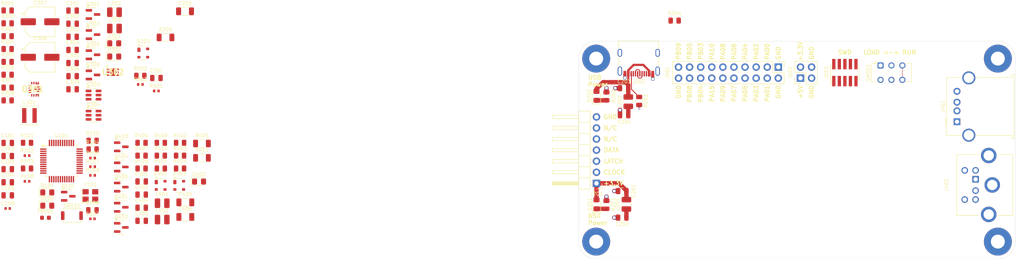
<source format=kicad_pcb>
(kicad_pcb (version 20240108) (generator "pcbnew") (generator_version "8.0")
  (layers (0 "F.Cu" mixed) (1 "In1.Cu" power) (2 "In2.Cu" signal) (3 "In3.Cu" signal) (4 "In4.Cu" power) (31 "B.Cu" mixed) (34 "B.Paste" user) (35 "F.Paste" user) (36 "B.SilkS" user "B.Silkscreen") (37 "F.SilkS" user "F.Silkscreen") (38 "B.Mask" user) (39 "F.Mask" user) (44 "Edge.Cuts" user))
  (net 0 "")
  (net 1 "GND")
  (net 2 "/+5V.65X")
  (net 3 "/+5V.USB")
  (net 4 "/+5V")
  (net 5 "/LED_SYSTEM")
  (net 6 "/LED_STATUS")
  (net 7 "/NRST")
  (net 8 "Net-(U301-VAUX)")
  (net 9 "/EXT_PWR")
  (net 10 "Net-(J401-VBUS)")
  (net 11 "/BOOT0")
  (net 12 "/Power Supply/+5V_U")
  (net 13 "/USB2.DM")
  (net 14 "/USB2.DP")
  (net 16 "/SNES.CLOCK")
  (net 17 "+5V")
  (net 18 "/PB9")
  (net 19 "/PA4")
  (net 20 "/PB8")
  (net 21 "/PA9")
  (net 22 "/PB5")
  (net 23 "/PA0")
  (net 24 "/PB4")
  (net 25 "/PA1")
  (net 26 "/PA15")
  (net 27 "/PA3")
  (net 28 "/PA6")
  (net 29 "/PA8")
  (net 30 "/PA2")
  (net 31 "/SWDIO")
  (net 32 "/PA7")
  (net 33 "/PA5")
  (net 34 "/SWCLK")
  (net 35 "/PA10")
  (net 36 "/PB3")
  (net 37 "/SNES.LATCH")
  (net 38 "Net-(Q403-D)")
  (net 39 "/Hacking/BOOT0")
  (net 40 "+3V3")
  (net 41 "/OSC_IN")
  (net 42 "/OSC_OUT")
  (net 43 "Net-(D101-K)")
  (net 44 "Net-(D102-K)")
  (net 45 "Net-(D201-K)")
  (net 46 "VBUS")
  (net 47 "Net-(D202-K)")
  (net 48 "VBUS_U")
  (net 49 "Net-(D301-K)")
  (net 50 "Net-(D302-K)")
  (net 51 "/SNES.DATA")
  (net 52 "/VDDA")
  (net 53 "Net-(D402-K)")
  (net 54 "Net-(J202-CC2)")
  (net 55 "Net-(J202-CC1)")
  (net 58 "/Hacking/PA9")
  (net 59 "/Hacking/PA7")
  (net 60 "/Hacking/PB8")
  (net 61 "/Hacking/PA2")
  (net 62 "/Hacking/PB9")
  (net 63 "/Hacking/PB3")
  (net 64 "/Hacking/PA3")
  (net 65 "/Hacking/PA10")
  (net 66 "/Hacking/PA0")
  (net 67 "/Hacking/PB5")
  (net 68 "GNDS")
  (net 69 "/Hacking/PA4")
  (net 70 "/Hacking/PA8")
  (net 71 "/Hacking/PA1")
  (net 72 "/Hacking/PA5")
  (net 73 "/Hacking/PA15")
  (net 74 "/Hacking/PA6")
  (net 75 "/Hacking/PB4")
  (net 79 "/Hacking/NRST")
  (net 80 "/Hacking/SWCLK")
  (net 81 "/Hacking/SWDIO")
  (net 82 "Net-(U301-L2)")
  (net 83 "Net-(U301-L1)")
  (net 84 "Net-(Q301-G)")
  (net 85 "Net-(Q302-G)")
  (net 86 "Net-(Q303A-B1)")
  (net 87 "Net-(Q304A-B1)")
  (net 88 "Net-(Q305-D)")
  (net 89 "Net-(Q306-D)")
  (net 90 "/Power Supply/PG_5V")
  (net 91 "Net-(R102-Pad1)")
  (net 93 "Net-(U301-EN)")
  (net 94 "/PB6{slash}USB2_DM")
  (net 95 "/PB7{slash}USB2_DP")
  (net 97 "Net-(D201-A)")
  (net 98 "Net-(D202-A)")
  (net 99 "/USB1.DM")
  (net 100 "/USB1_DM{slash}PA11")
  (net 101 "/USB1.DP")
  (net 102 "/USB1_DP{slash}PA12")
  (net 103 "Net-(R501-Pad2)")
  (net 104 "Net-(R502-Pad2)")
  (net 105 "/Hacking/BOOT1")
  (net 107 "/PB11")
  (net 108 "/PB10")
  (net 109 "/+3V3")
  (net 110 "Net-(Q405-D)")
  (net 111 "/Data Inputs/PS2.+5V")
  (net 112 "/Data Inputs/USB1.DM")
  (net 113 "/Data Inputs/USB1.DP")
  (net 114 "/Data Inputs/PS2.DATA_5V")
  (net 115 "/Data Inputs/PS2.CLOCK_5V")
  (net 116 "/Data Inputs/PS2.CLOCK")
  (net 117 "/Data Inputs/PS2.DATA")
  (net 118 "/Data Inputs/PS2.POWER")
  (net 119 "Net-(Q404-D)")
  (net 120 "Net-(Q405-G)")
  (net 121 "/PS2.DATA")
  (net 122 "/PS2.CLOCK")
  (net 123 "/PS2.POWER")
  (footprint "Resistor_SMD:R_0805_2012Metric" (layer "F.Cu") (at 49.1915 63.848)
    (property "Reference" "R302")
    (property "Value" "47k")
  )
  (footprint "Capacitor_SMD:C_0805_2012Metric" (layer "F.Cu") (at 64.0715 67.008)
    (property "Reference" "C304")
    (property "Value" "1u")
  )
  (footprint "Package_TO_SOT_SMD:SOT-23" (layer "F.Cu") (at 75.2215 98.493)
    (property "Reference" "Q405")
    (property "Value" "FSS2301S")
  )
  (footprint "Resistor_SMD:R_0805_2012Metric" (layer "F.Cu") (at 84.2815 88.318)
    (property "Reference" "R409")
    (property "Value" "10k")
  )
  (footprint "Resistor_SMD:R_0805_2012Metric" (layer "F.Cu") (at 79.5915 72.938)
    (property "Reference" "R502")
    (property "Value" "10k")
  )
  (footprint "Capacitor_SMD:C_0805_2012Metric" (layer "F.Cu") (at 64.0715 57.978)
    (property "Reference" "C301")
    (property "Value" "0.1u")
  )
  (footprint "Package_TO_SOT_SMD:SOT-23" (layer "F.Cu") (at 75.2215 103.118)
    (property "Reference" "Q401")
    (property "Value" "2N7002K")
  )
  (footprint "Resistor_SMD:R_0805_2012Metric" (layer "F.Cu") (at 79.8715 91.268)
    (property "Reference" "R407")
    (property "Value" "2R")
  )
  (footprint "Resistor_SMD:R_0805_2012Metric" (layer "F.Cu") (at 49.1915 57.948)
    (property "Reference" "R301")
    (property "Value" "10k")
  )
  (footprint "Package_TO_SOT_SMD:SOT-23" (layer "F.Cu") (at 75.2215 107.743)
    (property "Reference" "Q402")
    (property "Value" "2N7002K")
  )
  (footprint "Capacitor_SMD:C_0805_2012Metric" (layer "F.Cu") (at 64.0715 73.028)
    (property "Reference" "C306")
    (property "Value" "0.1u")
  )
  (footprint "Capacitor_SMD:C_0805_2012Metric" (layer "F.Cu") (at 190.4 81.999 180)
    (property "Reference" "C204")
    (property "Value" "10u")
  )
  (footprint "Connector_PinHeader_2.54mm:PinHeader_2x02_P2.54mm_Vertical" (layer "F.Cu") (at 230.795 73.49 90)
    (property "Reference" "J502")
    (property "Value" "Conn_02x02_Odd_Even")
  )
  (footprint "Package_TO_SOT_SMD:SOT-23" (layer "F.Cu") (at 68.7415 72.748)
    (property "Reference" "Q306")
    (property "Value" "2N7002K")
  )
  (footprint "LED_SMD:LED_0805_2012Metric_Pad1.15x1.40mm_HandSolder" (layer "F.Cu") (at 184.064 102.446 90)
    (property "Reference" "D201")
    (property "Value" "RED")
  )
  (footprint "Resistor_SMD:R_0805_2012Metric" (layer "F.Cu") (at 79.8715 94.218)
    (property "Reference" "R408")
    (property "Value" "1k")
  )
  (footprint "Resistor_SMD:R_0402_1005Metric" (layer "F.Cu") (at 68.6515 91.818)
    (property "Reference" "R106")
    (property "Value" "10")
  )
  (footprint "Package_TO_SOT_SMD:SOT-23" (layer "F.Cu") (at 68.7415 68.123)
    (property "Reference" "Q305")
    (property "Value" "2N7002K")
  )
  (footprint "Package_QFP:LQFP-48_7x7mm_P0.5mm" (layer "F.Cu") (at 61.5215 92.518)
    (property "Reference" "U101")
    (property "Value" "CH32V203C8T6")
  )
  (footprint "Resistor_SMD:R_0805_2012Metric" (layer "F.Cu") (at 186.35 77.6575 -90)
    (property "Reference" "R202")
    (property "Value" "5.1k")
  )
  (footprint "Resistor_SMD:R_1206_3216Metric" (layer "F.Cu") (at 93.7015 88.488)
    (property "Reference" "R405")
    (property "Value" "1M")
  )
  (footprint "Resistor_SMD:R_0402_1005Metric" (layer "F.Cu") (at 53.6415 91.268)
    (property "Reference" "R102")
    (property "Value" "1k")
  )
  (footprint "LED_SMD:LED_0805_2012Metric_Pad1.15x1.40mm_HandSolder" (layer "F.Cu") (at 58.2665 99.713)
    (property "Reference" "D101")
    (property "Value" "RED")
  )
  (footprint "Capacitor_SMD:C_0805_2012Metric" (layer "F.Cu") (at 49.2115 100.388)
    (property "Reference" "C105")
    (property "Value" "0.1u")
  )
  (footprint "Package_TO_SOT_SMD:SOT-23" (layer "F.Cu") (at 68.7415 63.498)
    (property "Reference" "Q302")
    (property "Value" "FSS2301S")
  )
  (footprint "Connector_PinHeader_1.27mm:PinHeader_2x05_P1.27mm_Vertical_SMD" (layer "F.Cu") (at 240.96 72.22 90)
    (property "Reference" "J503")
    (property "Value" "Conn_ARM_JTAG_SWD_10")
  )
  (footprint "Capacitor_SMD:C_0805_2012Metric" (layer "F.Cu") (at 49.2115 94.368)
    (property "Reference" "C103")
    (property "Value" "0.1u")
  )
  (footprint "Package_TO_SOT_SMD:SOT-23" (layer "F.Cu") (at 63.0815 100.593)
    (property "Reference" "Q101")
    (property "Value" "2N7002K")
  )
  (footprint "Connector_PinHeader_2.54mm:PinHeader_2x10_P2.54mm_Vertical" (layer "F.Cu") (at 225.715 70.95 -90)
    (property "Reference" "J501")
    (property "Value" "Conn_02x10_Odd_Even")
  )
  (footprint "Inductor_SMD:L_0603_1608Metric" (layer "F.Cu") (at 57.8515 105.528)
    (property "Reference" "FB101")
    (property "Value" "220R@100MHz")
  )
  (footprint "Capacitor_SMD:C_0805_2012Metric" (layer "F.Cu") (at 64.0715 63.998)
    (property "Reference" "C303")
    (property "Value" "0.1u")
  )
  (footprint "Resistor_SMD:R_0805_2012Metric" (layer "F.Cu") (at 186.35 102.5495 -90)
    (property "Reference" "R201")
    (property "Value" "330")
  )
  (footprint "Inductor_SMD:L_1008_2520Metric" (layer "F.Cu") (at 73.6615 58.348)
    (property "Reference" "L302")
    (property "Value" "2.2u")
  )
  (footprint "Resistor_SMD:R_0805_2012Metric" (layer "F.Cu") (at 193.843 78.7205 90)
    (property "Reference" "R203")
    (property "Value" "5.1k")
  )
  (footprint "Resistor_SMD:R_0805_2012Metric" (layer "F.Cu") (at 49.1915 72.698)
    (property "Reference" "R306")
    (property "Value" "10k")
  )
  (footprint "Inductor_SMD:L_1008_2520Metric" (layer "F.Cu") (at 73.6615 62.098)
    (property "Reference" "L303")
    (property "Value" "2.2u")
  )
  (footprint "Capacitor_SMD:C_0805_2012Metric" (layer "F.Cu") (at 49.2115 97.378)
    (property "Reference" "C104")
    (property "Value" "0.1u")
  )
  (footprint "Resistor_SMD:R_0805_2012Metric" (layer "F.Cu") (at 49.1915 66.798)
    (property "Reference" "R304")
    (property "Value" "47k")
  )
  (footprint "Resistor_SMD:R_0402_1005Metric" (layer "F.Cu") (at 53.6415 97.168)
    (property "Reference" "R108")
    (property "Value" "10")
  )
  (footprint "LED_SMD:LED_0805_2012Metric_Pad1.15x1.40mm_HandSolder" (layer "F.Cu") (at 73.6065 68.533)
    (property "Reference" "D302")
    (property "Value" "RED")
  )
  (footprint "Inductor_SMD:L_Coilcraft_XxL4020" (layer "F.Cu") (at 54.1815 82.058)
    (property "Reference" "L301")
    (property "Value" "1.5u")
  )
  (footprint "Resistor_SMD:R_0805_2012Metric" (layer "F.Cu") (at 79.8715 88.318)
    (property "Reference" "R406")
    (property "Value" "10k")
  )
  (footprint "Resistor_SMD:R_0805_2012Metric" (layer "F.Cu") (at 53.6415 94.218)
    (property "Reference" "R103")
    (property "Value" "160")
  )
  (footprint "Connector_PinHeader_2.54mm:PinHeader_1x07_P2.54mm_Horizontal" (layer "F.Cu") (at 184.064 97.625 180)
    (property "Reference" "J201")
    (property "Value" "Controller Port")
  )
  (footprint "Resistor_SMD:R_0805_2012Metric" (layer "F.Cu") (at 88.6915 94.218)
    (property "Reference" "R404")
    (property "Value" "10k")
  )
  (footprint "Capacitor_SMD:C_0805_2012Metric" (layer "F.Cu") (at 79.8915 97.198)
    (property "Reference" "C401")
    (property "Value" "0.1u")
  )
  (footprint "Inductor_SMD:L_1008_2520Metric" (layer "F.Cu") (at 191.35 78.883 -90)
    (property "Reference" "L202")
    (property "Value" "2.2u")
  )
  (footprint "Capacitor_SMD:C_0805_2012Metric" (layer "F.Cu") (at 64.0715 70.018)
    (property "Reference" "C305")
    (property "Value" "1u")
  )
  (footprint "Capacitor_SMD:C_0805_2012Metric" (layer "F.Cu") (at 79.8915 103.218)
    (property "Reference" "C404")
    (property "Value" "0.1u")
  )
  (footprint "Resistor_SMD:R_0805_2012Metric" (layer "F.Cu") (at 49.1915 69.748)
    (property "Reference" "R305")
    (property "Value" "10k")
  )
  (footprint "Resistor_SMD:R_0805_2012Metric" (layer "F.Cu") (at 88.6915 88.318)
    (property "Reference" "R402")
    (property "Value" "10k")
  )
  (footprint "LED_SMD:LED_0805_2012Metric_Pad1.15x1.40mm_HandSolder" (layer "F.Cu") (at 184.064 77.554 90)
    (property "Reference" "D202")
    (property "Value" "RED")
  )
  (footprint "Package_TO_SOT_SMD:SOT-23-6" (layer "F.Cu") (at 68.8715 77.373)
    (property "Reference" "Q303")
    (property "Value" "DMMT5401")
  )
  (footprint "Capacitor_SMD:CP_Elec_6.3x5.7" (layer "F.Cu") (at 56.6215 68.698)
    (property "Reference" "C308")
    (property "Value" "47u")
  )
  (footprint "MountingHole:MountingHole_3.2mm_M3_Pad" (layer "F.Cu") (at 276 111)
    (property "Reference" "REF**" (hide yes))
    (property "Value" "MountingHole_3.2mm_M3_Pad" (hide yes))
  )
  (footprint "SamacSys Parts:TPS630701RNMR" (layer "F.Cu") (at 54.7215 76.023)
    (property "Reference" "U301")
    (property "Value" "TPS630701RNMR" (hide yes))
  )
  (footprint "Package_TO_SOT_SMD:SOT-23" (layer "F.Cu") (at 75.2215 93.868)
    (property "Reference" "Q404")
    (property "Value" "FSS2301S")
  )
  (footprint "Resistor_SMD:R_0402_1005Metric" (layer "F.Cu") (at 68.6515 93.808)
    (property "Reference" "R107")
    (property "Value" "10")
  )
  (footprint "Capacitor_SMD:C_0402_1005Metric" (layer "F.Cu") (at 49.2115 103.398)
    (property "Reference" "C108")
    (property "Value" "10p")
  )
  (footprint "Resistor_SMD:R_0805_2012Metric" (layer "F.Cu") (at 84.2815 91.268)
    (property "Reference" "R410")
    (property "Value" "330")
  )
  (footprint "Capacitor_SMD:C_0805_2012Metric" (layer "F.Cu") (at 64.0715 60.988)
    (property "Reference" "C302")
    (property "Value" "10u")
  )
  (footprint "Connector_USB:USB_A_Molex_67643_Horizontal" (layer "F.Cu") (at 266.64 83.5 90)
    (property "Reference" "J401")
    (property "Value" "USB_A")
  )
  (footprint "Resistor_SMD:R_1206_3216Metric" (layer "F.Cu") (at 93.7015 91.778)
    (property "Reference" "R411")
    (property "Value" "1M")
  )
  (footprint "LED_SMD:LED_0805_2012Metric_Pad1.15x1.40mm_HandSolder" (layer "F.Cu") (at 93.0365 97.213)
    (property "Reference" "D402")
    (property "Value" "RED")
  )
  (footprint "Capacitor_SMD:C_0805_2012Metric" (layer "F.Cu") (at 49.2115 88.348)
    (property "Reference" "C101")
    (property "Value" "0.1u")
  )
  (footprint "Resistor_SMD:R_0805_2012Metric" (layer "F.Cu") (at 88.6915 91.268)
    (property "Reference" "R403")
    (property "Value" "10k")
  )
  (footprint "Package_TO_SOT_SMD:SOT-23" (layer "F.Cu") (at 68.7415 58.873)
    (property "Reference" "Q301")
    (property "Value" "FSS2301S")
  )
  (footprint "Package_TO_SOT_SMD:SOT-23-6" (layer "F.Cu") (at 68.8715 81.998)
    (property "Reference" "Q304")
    (property "Value" "DMMT5401")
  )
  (footprint "Capacitor_SMD:C_0805_2012Metric" (layer "F.Cu") (at 189.972 105.494)
    (property "Reference" "C202")
    (property "Value" "10u")
  )
  (footprint "Package_TO_SOT_SMD:SOT-143" (layer "F.Cu") (at 80.2615 67.723)
    (property "Reference" "D203")
    (property "Value" "PRTR5V0U2X")
  )
  (footprint "Resistor_SMD:R_0805_2012Metric" (layer "F.Cu") (at 53.6415 88.318)
    (property "Reference" "R101")
    (property "Value" "10k")
  )
  (footprint "Resistor_SMD:R_0805_2012Metric" (layer "F.Cu") (at 49.1915 78.598)
    (property "Reference" "R308")
    (property "Value" "330")
  )
  (footprint "Resistor_SMD:R_0805_2012Metric" (layer "F.Cu") (at 84.2815 94.218)
    (property "Reference" "R401")
    (property "Value" "10k")
  )
  (footprint "Button_Switch_THT:SW_CK_JS202011CQN_DPDT_Straight" (layer "F.Cu") (at 249.128 70.5775)
    (property "Reference" "SW501")
    (property "Value" "SW_Slide_DPDT")
  )
  (footprint "Capacitor_SMD:C_1206_3216Metric" (layer "F.Cu") (at 89.8915 105.338)
    (property "Reference" "C406")
    (property "Value" "4.7n")
  )
  (footprint "Resistor_SMD:R_0402_1005Metric" (layer "F.Cu") (at 68.6515 95.798)
    (property "Reference" "R109")
    (property "Value" "10")
  )
  (footprint "Inductor_SMD:L_1008_2520Metric" (layer "F.Cu") (at 84.5915 105.938)
    (property "Reference" "L402")
    (property "Value" "2.2u")
  )
  (footprint "Inductor_SMD:L_1008_2520Metric" (layer "F.Cu") (at 190.922 102.446 -90)
    (property "Reference" "L201")
    (property "Value" "2.2u")
  )
  (footprint "Capacitor_SMD:C_0805_2012Metric" (layer "F.Cu") (at 79.8915 106.228)
    (property "Reference" "C405")
    (property "Value" "10u")
  )
  (footprint "Resistor_SMD:R_0805_2012Metric" (layer "F.Cu") (at 68.6515 89.828)
    (property "Reference" "R104")
    (property "Value" "160")
  )
  (footprint "MountingHole:MountingHole_3.2mm_M3_Pad" (layer "F.Cu") (at 276 69)
    (property "Reference" "REF**" (hide yes))
    (property "Value" "MountingHole_3.2mm_M3_Pad" (hide yes))
  )
  (footprint "SamacSys Parts:57492661" (layer "F.Cu") (at 270.905 96.7 90)
    (property "Reference" "J402")
    (property "Value" "Mini-DIN-6" (hide yes))
  )
  (footprint "SamacSys Parts:SON65P200X200X80-7N" (layer "F.Cu") (at 73.3115 72.128)
    (property "Reference" "U302")
    (property "Value" "LP5912-3.3DRVR" (hide yes))
  )
  (footprint "MountingHole:MountingHole_3.2mm_M3_Pad" (layer "F.Cu") (at 184 69)
    (property "Reference" "REF**" (hide yes))
    (property "Value" "MountingHole_3.2mm_M3_Pad" (hide yes))
  )
  (footprint "LED_SMD:LED_0805_2012Metric_Pad1.15x1.40mm_HandSolder" (layer "F.Cu") (at 58.2665 102.753)
    (property "Reference" "D102")
    (property "Value" "RED")
  )
  (footprint "Capacitor_SMD:C_1206_3216Metric" (layer "F.Cu") (at 89.8915 101.988)
    (property "Reference" "C403")
    (property "Value" "4.7n")
  )
  (footprint "Resistor_SMD:R_0402_1005Metric" (layer "F.Cu") (at 79.5915 74.928)
    (property "Reference" "R503")
    (property "Value" "1k")
  )
  (footprint "Resistor_SMD:R_0805_2012Metric" (layer "F.Cu") (at 201.971 60.282)
    (property "Reference" "R204")
    (property "Value" "330")
  )
  (footprint "Capacitor_SMD:C_0805_2012Metric" (layer "F.Cu") (at 79.8915 100.208)
    (property "Reference" "C402")
    (property "Value" "10u")
  )
  (footprint "Resistor_SMD:R_0805_2012Metric" (layer "F.Cu") (at 49.1915 60.898)
    (property "Reference" "R303")
    (property "Value" "10k")
  )
  (footprint "Capacitor_SMD:C_0805_2012Metric" (layer "F.Cu") (at 189.972 99.398)
    (property "Reference" "C201")
    (property "Value" "0.1u")
  )
  (footprint "Crystal:Crystal_SMD_3225-4Pin_3.2x2.5mm" (layer "F.Cu") (at 68.1515 100.418)
    (property "Reference" "Y101")
    (property "Value" "8.000MHz")
  )
  (footprint "Capacitor_SMD:C_0805_2012Metric" (layer "F.Cu") (at 190.4 75.776 180)
    (property "Reference" "C203")
    (property "Value" "0.1u")
  )
  (footprint "Capacitor_SMD:C_0805_2012Metric" (layer "F.Cu") (at 49.2115 91.358)
    (property "Reference" "C102")
    (property "Value" "0.1u")
  )
  (footprint "Connector_USB:USB_C_Receptacle_G-Switch_GT-USB-7010ASV" (layer "F.Cu") (at 193.75 68.75 180)
    (property "Reference" "J202")
    (property "Value" "USB_C_Receptacle_USB2.0_14P")
  )
  (footprint "LED_SMD:LED_0805_2012Metric_Pad1.15x1.40mm_HandSolder" (layer "F.Cu") (at 73.6065 65.493)
    (property "Reference" "D301")
    (property "Value" "RED")
  )
  (footprint "Resistor_SMD:R_0805_2012Metric" (layer "F.Cu") (at 68.6515 87.838)
    (property "Reference" "R105")
    (property "Value" "10k")
  )
  (footprint "Resistor_SMD:R_0402_1005Metric" (layer "F.Cu") (at 83.2515 76.428)
    (property "Reference" "R501")
    (property "Value" "1k")
  )
  (footprint "Button_Switch_SMD:SW_Push_SPST_NO_Alps_SKRK" (layer "F.Cu") (at 63.9115 105.038)
    (property "Reference" "SW101")
    (property "Value" "SW_Push")
  )
  (footprint "Capacitor_SMD:C_0805_2012Metric" (layer "F.Cu") (at 64.0715 76.038)
    (property "Reference" "C309")
    (property "Value" "10u")
  )
  (footprint "Package_TO_SOT_SMD:SOT-23" (layer "F.Cu") (at 75.2215 89.243)
    (property "Reference" "Q403")
    (property "Value" "2N7002K")
  )
  (footprint "Resistor_SMD:R_0805_2012Metric" (layer "F.Cu") (at 49.1915 75.648)
    (property "Reference" "R307")
    (property "Value" "160")
  )
  (footprint "Capacitor_SMD:C_0805_2012Metric" (layer "F.Cu") (at 83.2715 73.448)
    (property "Reference" "C501")
    (property "Value" "0.1u")
  )
  (footprint "Package_TO_SOT_SMD:SOT-143" (layer "F.Cu") (at 84.2415 98.093)
    (property "Reference" "D401")
    (property "Value" "PRTR5V0U2X")
  )
  (footprint "Capacitor_SMD:C_1206_3216Metric" (layer "F.Cu") (at 89.8215 58.148)
    (property "Reference" "C205")
    (property "Value" "4.7n")
  )
  (footprint "Resistor_SMD:R_1206_3216Metric" (layer "F.Cu") (at 85.3515 64.138)
    (property "Reference" "R205")
    (property "Value" "1M")
  )
  (footprint "MountingHole:MountingHole_3.2mm_M3_Pad" (layer "F.Cu") (at 184 111)
    (property "Reference" "REF**" (hide yes))
    (property "Value" "MountingHole_3.2mm_M3_Pad" (hide yes))
  )
  (footprint "Inductor_SMD:L_1008_2520Metric" (layer "F.Cu") (at 84.5915 102.188)
    (property "Reference" "L401")
    (property "Value" "2.2u")
  )
  (footprint "Package_TO_SOT_SMD:SOT-143" (layer "F.Cu") (at 88.4915 98.093)
    (property "Reference" "D403")
    (property "Value" "PRTR5V0U2X")
  )
  (footprint "Capacitor_SMD:C_0402_1005Metric" (layer "F.Cu") (at 68.6215 105.768)
    (property "Reference" "C107")
    (property "Value" "10p")
  )
  (footprint "Capacitor_SMD:CP_Elec_6.3x5.7" (layer "F.Cu") (at 56.6215 60.548)
    (property "Reference" "C307")
    (property "Value" "47u")
  )
  (footprint "Capacitor_SMD:C_0805_2012Metric" (layer "F.Cu") (at 68.6215 103.798)
    (property "Reference" "C106")
    (property "Value" "0.1u")
  )
  (gr_arc (start 194.5 73) (mid 194 73.5) (end 193.5 73) (stroke (width 0.2)) (layer "F.Cu") (net 13))
  (gr_arc (start 193 72) (mid 193.5 71.5) (end 194 72) (stroke (width 0.2)) (layer "F.Cu") (net 14))
  (gr_arc (start 276 65) (mid 278.828427 66.171573) (end 280 69) (stroke (width 0.05)) (layer "Edge.Cuts"))
  (gr_line (start 276 115) (end 184 115) (stroke (width 0.05)) (layer "Edge.Cuts"))
  (gr_line (start 184 65) (end 276 65) (stroke (width 0.05)) (layer "Edge.Cuts"))
  (gr_arc (start 280 111) (mid 278.828427 113.828427) (end 276 115) (stroke (width 0.05)) (layer "Edge.Cuts"))
  (gr_arc (start 180 69) (mid 181.171573 66.171573) (end 184 65) (stroke (width 0.05)) (layer "Edge.Cuts"))
  (gr_arc (start 184 115) (mid 181.171573 113.828427) (end 180 111) (stroke (width 0.05)) (layer "Edge.Cuts"))
  (gr_line (start 180 111) (end 180 69) (stroke (width 0.05)) (layer "Edge.Cuts"))
  (gr_line (start 280 69) (end 280 111) (stroke (width 0.05)) (layer "Edge.Cuts"))
  (gr_text "CLOCK" (at 185.588 95.08 0) (layer "F.SilkS") (effects (font (size 1 1) (thickness 0.2)) (justify left)))
  (gr_text "PA06" (at 215.56 69.426 90) (layer "F.SilkS") (effects (font (size 1 1) (thickness 0.2)) (justify left)))
  (gr_text "PB09" (at 202.86 69.426 90) (layer "F.SilkS") (effects (font (size 1 1) (thickness 0.2)) (justify left)))
  (gr_text "PA04" (at 218.1 69.426 90) (layer "F.SilkS") (effects (font (size 1 1) (thickness 0.2)) (justify left)))
  (gr_text "GND" (at 233.34 69.426 90) (layer "F.SilkS") (effects (font (size 1 1) (thickness 0.2)) (justify left)))
  (gr_text "LOAD <-> RUN " (at 251.628 68.156 0) (layer "F.SilkS") (effects (font (size 1 1) (thickness 0.2)) (justify bottom)))
  (gr_text "PB04" (at 207.94 75.014 90) (layer "F.SilkS") (effects (font (size 1 1) (thickness 0.2)) (justify right)))
  (gr_text "N/C" (at 185.588 84.92 0) (layer "F.SilkS") (effects (font (size 1 1) (thickness 0.2)) (justify left)))
  (gr_text "PA15" (at 210.48 75.014 90) (layer "F.SilkS") (effects (font (size 1 1) (thickness 0.2)) (justify right)))
  (gr_text "GND" (at 225.72 69.426 90) (layer "F.SilkS") (effects (font (size 1 1) (thickness 0.2)) (justify left)))
  (gr_text "PA10" (at 210.48 69.426 90) (layer "F.SilkS") (effects (font (size 1 1) (thickness 0.2)) (justify left)))
  (gr_text "PA00" (at 223.18 69.426 90) (layer "F.SilkS") (effects (font (size 1 1) (thickness 0.2)) (justify left)))
  (gr_text "+5V" (at 230.8 75.014 90) (layer "F.SilkS") (effects (font (size 1 1) (thickness 0.2)) (justify right)))
  (gr_text "PA09" (at 213.02 75.014 90) (layer "F.SilkS") (effects (font (size 1 1) (thickness 0.2)) (justify right)))
  (gr_text "PB05" (at 205.4 69.426 90) (layer "F.SilkS") (effects (font (size 1 1) (thickness 0.2)) (justify left)))
  (gr_text "PA05" (at 218.1 75.014 90) (layer "F.SilkS") (effects (font (size 1 1) (thickness 0.2)) (justify right)))
  (gr_text "SWD" (at 240.96 68.156 0) (layer "F.SilkS") (effects (font (size 1 1) (thickness 0.2)) (justify bottom)))
  (gr_text "PA08" (at 213.02 69.426 90) (layer "F.SilkS") (effects (font (size 1 1) (thickness 0.2)) (justify left)))
  (gr_text "USB\nPower" (at 182.032 75.522 0) (layer "F.SilkS") (effects (font (size 1 1) (thickness 0.2)) (justify left bottom)))
  (gr_text "GND" (at 202.86 75.014 90) (layer "F.SilkS") (effects (font (size 1 1) (thickness 0.2)) (justify right)))
  (gr_text "GND" (at 185.588 82.38 0) (layer "F.SilkS") (effects (font (size 1 1) (thickness 0.2)) (justify left)))
  (gr_text "PB08" (at 205.4 75.014 90) (layer "F.SilkS") (effects (font (size 1 1) (thickness 0.2)) (justify right)))
  (gr_text "GND" (at 233.34 75.014 90) (layer "F.SilkS") (effects (font (size 1 1) (thickness 0.2)) (justify right)))
  (gr_text "+3.3V" (at 185.588 97.62 0) (layer "F.SilkS") (effects (font (size 1 1) (thickness 0.2)) (justify left)))
  (gr_text "65X\nPower" (at 182.032 107.272 0) (layer "F.SilkS") (effects (font (size 1 1) (thickness 0.2)) (justify left bottom)))
  (gr_text "PA01" (at 223.18 75.014 90) (layer "F.SilkS") (effects (font (size 1 1) (thickness 0.2)) (justify right)))
  (gr_text "+3.3V" (at 230.8 69.68 90) (layer "F.SilkS") (effects (font (size 1 1) (thickness 0.2)) (justify left)))
  (gr_text "PA07" (at 215.56 75.014 90) (layer "F.SilkS") (effects (font (size 1 1) (thickness 0.2)) (justify right)))
  (gr_text "N/C" (at 185.588 87.46 0) (layer "F.SilkS") (effects (font (size 1 1) (thickness 0.2)) (justify left)))
  (gr_text "DATA" (at 185.588 90 0) (layer "F.SilkS") (effects (font (size 1 1) (thickness 0.2)) (justify left)))
  (gr_text "GND" (at 225.72 75.014 90) (layer "F.SilkS") (effects (font (size 1 1) (thickness 0.2)) (justify right)))
  (gr_text "PA02" (at 220.64 69.426 90) (layer "F.SilkS") (effects (font (size 1 1) (thickness 0.2)) (justify left)))
  (gr_text "LATCH" (at 185.588 92.54 0) (layer "F.SilkS") (effects (font (size 1 1) (thickness 0.2)) (justify left)))
  (gr_text "PB03" (at 207.94 69.426 90) (layer "F.SilkS") (effects (font (size 1 1) (thickness 0.2)) (justify left)))
  (gr_text "PA03" (at 220.64 75.014 90) (layer "F.SilkS") (effects (font (size 1 1) (thickness 0.2)) (justify right)))
  (segment (start 188.128 105.494) (end 189.022 105.494) (width 1) (layer "F.Cu") (net 1))
  (segment (start 190.55 73.399902) (end 190.549902 73.4) (width 0.7) (layer "F.Cu") (net 1))
  (segment (start 254.128 70.5775) (end 254.128 73.8775) (width 0.09) (layer "F.Cu") (net 1))
  (segment (start 196.95 72.475) (end 196.95 73.68489) (width 0.7) (layer "F.Cu") (net 1))
  (segment (start 193.843 80.475) (end 193.843 79.633) (width 0.2) (layer "F.Cu") (net 1))
  (segment (start 189.45 75.776) (end 188.381972 75.776) (width 1) (layer "F.Cu") (net 1))
  (segment (start 189.45 81.999) (end 189.45 80.781012) (width 1) (layer "F.Cu") (net 1))
  (segment (start 186.35 100.668) (end 186.35 101.637) (width 1) (layer "F.Cu") (net 1))
  (segment (start 188.128 99.398) (end 189.022 99.398) (width 1) (layer "F.Cu") (net 1))
  (segment (start 186.35 76.745) (end 186.35 75.775978) (width 1) (layer "F.Cu") (net 1))
  (segment (start 189.45 80.781012) (end 189.450008 80.781004) (width 1) (layer "F.Cu") (net 1))
  (segment (start 190.55 72.475) (end 190.55 73.399902) (width 0.7) (layer "F.Cu") (net 1))
  (via (at 186.35 75.775978) (size 0.8) (drill 0.6) (layers "F.Cu" "B.Cu") (net 1))
  (via (at 189.450008 80.781004) (size 0.8) (drill 0.6) (layers "F.Cu" "B.Cu") (net 1))
  (via (at 193.843 80.475) (size 0.45) (drill 0.3) (layers "F.Cu" "B.Cu") (net 1))
  (via (at 196.95 73.68489) (size 0.8) (drill 0.6) (layers "F.Cu" "B.Cu") (net 1))
  (via (at 186.35 100.668) (size 0.8) (drill 0.6) (layers "F.Cu" "B.Cu") (net 1))
  (via (at 188.381972 75.776) (size 0.8) (drill 0.6) (layers "F.Cu" "B.Cu") (net 1))
  (via (at 188.128 99.398) (size 0.8) (drill 0.6) (layers "F.Cu" "B.Cu") (net 1))
  (via (at 188.128 105.494) (size 0.8) (drill 0.6) (layers "F.Cu" "B.Cu") (net 1))
  (via (at 190.549902 73.4) (size 0.8) (drill 0.6) (layers "F.Cu" "B.Cu") (net 1))
  (segment (start 190.922 105.494) (end 190.922 103.521) (width 1) (layer "F.Cu") (net 2))
  (segment (start 191.35 81.999) (end 191.35 79.958) (width 1) (layer "F.Cu") (net 3))
  (segment (start 184.064 103.471) (end 186.341 103.471) (width 1) (layer "F.Cu") (net 45))
  (segment (start 186.341 103.471) (end 186.35 103.462) (width 1) (layer "F.Cu") (net 45))
  (segment (start 184.064 78.579) (end 186.341 78.579) (width 1) (layer "F.Cu") (net 47))
  (segment (start 186.341 78.579) (end 186.35 78.57) (width 1) (layer "F.Cu") (net 47))
  (segment (start 192.075 72.55) (end 192.075 76.04) (width 0.2) (layer "F.Cu") (net 54))
  (segment (start 192.075 76.04) (end 193.843 77.808) (width 0.2) (layer "F.Cu") (net 54))
  (segment (start 192 72.475) (end 192.075 72.55) (width 0.2) (layer "F.Cu") (net 54))
  (segment (start 190.922 99.328636) (end 189.218364 97.625) (width 1) (layer "F.Cu") (net 97))
  (segment (start 184.064 101.421) (end 184.064 97.625) (width 1) (layer "F.Cu") (net 97))
  (segment (start 190.922 99.398) (end 190.922 101.371) (width 1) (layer "F.Cu") (net 97))
  (segment (start 189.218364 97.625) (end 184.064 97.625) (width 1) (layer "F.Cu") (net 97))
  (segment (start 190.922 99.398) (end 190.922 99.328636) (width 1) (layer "F.Cu") (net 97))
  (segment (start 191.35 75.776) (end 191.35 77.808) (width 1) (layer "F.Cu") (net 98))
  (segment (start 185.593 74.425) (end 184.064 75.954) (width 1) (layer "F.Cu") (net 98))
  (segment (start 191.35 75.051) (end 190.724 74.425) (width 1) (layer "F.Cu") (net 98))
  (segment (start 184.064 75.954) (end 184.064 76.529) (width 1) (layer "F.Cu") (net 98))
  (segment (start 192.583 70.442) (end 191.35 71.675) (width 0.5) (layer "F.Cu") (net 98))
  (segment (start 196.15 72.475) (end 196.15 71.818) (width 0.5) (layer "F.Cu") (net 98))
  (segment (start 191.35 72.475) (end 191.35 75.776) (width 0.5) (layer "F.Cu") (net 98))
  (segment (start 191.35 71.675) (end 191.35 72.475) (width 0.5) (layer "F.Cu") (net 98))
  (segment (start 191.35 75.776) (end 191.35 75.051) (width 1) (layer "F.Cu") (net 98))
  (segment (start 194.774 70.442) (end 192.583 70.442) (width 0.5) (layer "F.Cu") (net 98))
  (segment (start 196.15 71.818) (end 194.774 70.442) (width 0.5) (layer "F.Cu") (net 98))
  (segment (start 190.724 74.425) (end 185.593 74.425) (width 1) (layer "F.Cu") (net 98))
)
</source>
